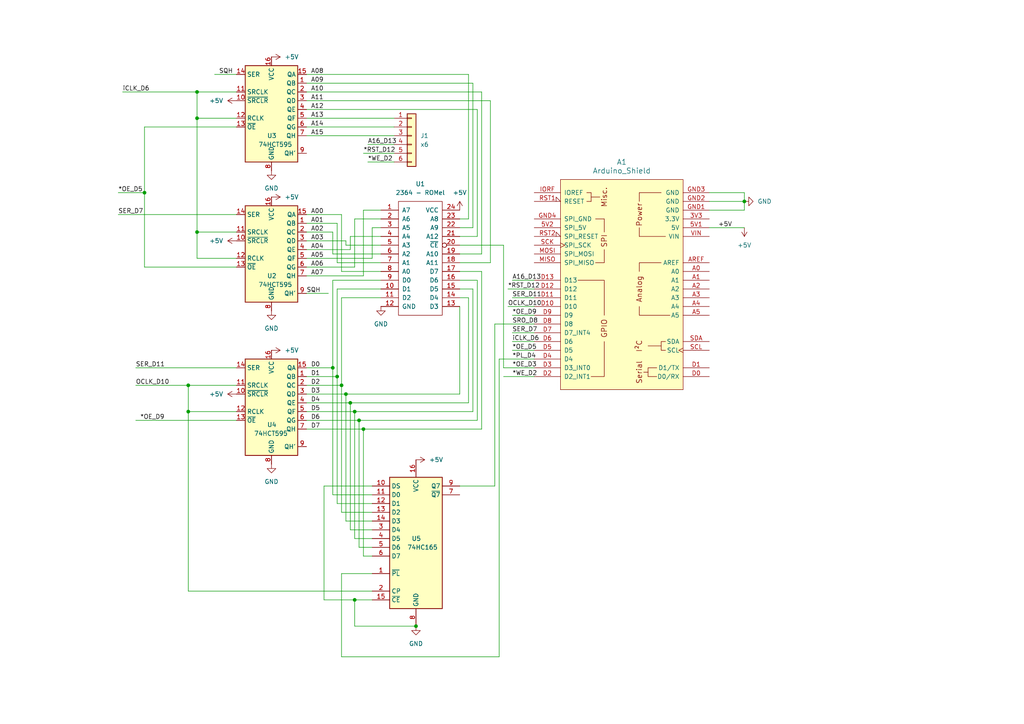
<source format=kicad_sch>
(kicad_sch (version 20230121) (generator eeschema)
  (paper "A4")
  (title_block (title "Arduino Shield ROM-el 2364 Programmer") (date "2023-08-07") (rev "A") (company "Jason Hill ") (comment 1 "https://github.com/morphinejh"))
  (lib_symbols
    (symbol "2364:2364" (pin_names (offset 1.016))
      (property "Reference" "U" (at 0 -2.54 0))
      (property "Value" "2364" (at 0 2.54 0))
      (symbol "2364_1_0"
        (rectangle (start -6.35 -16.51) (end 6.35 16.51))
      )
      (symbol "2364_1_1"
        (pin output line (at -11.43 13.97 0) (length 5.08) (name "A7") (number "1"))
        (pin bidirectional line (at -11.43 -8.89 0) (length 5.08) (name "D1") (number "10"))
        (pin bidirectional line (at -11.43 -11.43 0) (length 5.08) (name "D2") (number "11"))
        (pin power_out line (at -11.43 -13.97 0) (length 5.08) (name "GND") (number "12"))
        (pin bidirectional line (at 11.43 -13.97 180) (length 5.08) (name "D3") (number "13"))
        (pin bidirectional line (at 11.43 -11.43 180) (length 5.08) (name "D4") (number "14"))
        (pin bidirectional line (at 11.43 -8.89 180) (length 5.08) (name "D5") (number "15"))
        (pin bidirectional line (at 11.43 -6.35 180) (length 5.08) (name "D6") (number "16"))
        (pin bidirectional line (at 11.43 -3.81 180) (length 5.08) (name "D7") (number "17"))
        (pin output line (at 11.43 -1.27 180) (length 5.08) (name "A11") (number "18"))
        (pin output line (at 11.43 1.27 180) (length 5.08) (name "A10") (number "19"))
        (pin output line (at -11.43 11.43 0) (length 5.08) (name "A6") (number "2"))
        (pin output inverted (at 11.43 3.81 180) (length 5.08) (name "~{CE}") (number "20"))
        (pin output line (at 11.43 6.35 180) (length 5.08) (name "A12") (number "21"))
        (pin output line (at 11.43 8.89 180) (length 5.08) (name "A9") (number "22"))
        (pin output line (at 11.43 11.43 180) (length 5.08) (name "A8") (number "23"))
        (pin power_out line (at 11.43 13.97 180) (length 5.08) (name "VCC") (number "24"))
        (pin output line (at -11.43 8.89 0) (length 5.08) (name "A5") (number "3"))
        (pin output line (at -11.43 6.35 0) (length 5.08) (name "A4") (number "4"))
        (pin output line (at -11.43 3.81 0) (length 5.08) (name "A3") (number "5"))
        (pin output line (at -11.43 1.27 0) (length 5.08) (name "A2") (number "6"))
        (pin output line (at -11.43 -1.27 0) (length 5.08) (name "A1") (number "7"))
        (pin output line (at -11.43 -3.81 0) (length 5.08) (name "A0") (number "8"))
        (pin bidirectional line (at -11.43 -6.35 0) (length 5.08) (name "D0") (number "9"))
      )
    )
    (symbol "74xx:74HC165"
      (property "Reference" "U" (at -7.62 19.05 0))
      (property "Value" "74HC165" (at -7.62 -21.59 0))
      (symbol "74HC165_1_0"
        (pin input line (at -12.7 -10.16 0) (length 5.08) (name "~{PL}") (number "1"))
        (pin input line (at -12.7 15.24 0) (length 5.08) (name "DS") (number "10"))
        (pin input line (at -12.7 12.7 0) (length 5.08) (name "D0") (number "11"))
        (pin input line (at -12.7 10.16 0) (length 5.08) (name "D1") (number "12"))
        (pin input line (at -12.7 7.62 0) (length 5.08) (name "D2") (number "13"))
        (pin input line (at -12.7 5.08 0) (length 5.08) (name "D3") (number "14"))
        (pin input line (at -12.7 -17.78 0) (length 5.08) (name "~{CE}") (number "15"))
        (pin power_in line (at 0 22.86 270) (length 5.08) (name "VCC") (number "16"))
        (pin input line (at -12.7 -15.24 0) (length 5.08) (name "CP") (number "2"))
        (pin input line (at -12.7 2.54 0) (length 5.08) (name "D4") (number "3"))
        (pin input line (at -12.7 0 0) (length 5.08) (name "D5") (number "4"))
        (pin input line (at -12.7 -2.54 0) (length 5.08) (name "D6") (number "5"))
        (pin input line (at -12.7 -5.08 0) (length 5.08) (name "D7") (number "6"))
        (pin output line (at 12.7 12.7 180) (length 5.08) (name "~{Q7}") (number "7"))
        (pin power_in line (at 0 -25.4 90) (length 5.08) (name "GND") (number "8"))
        (pin output line (at 12.7 15.24 180) (length 5.08) (name "Q7") (number "9"))
      )
      (symbol "74HC165_1_1"
        (rectangle (start -7.62 17.78) (end 7.62 -20.32) (stroke (width 0.254)) (fill (type background)))
      )
    )
    (symbol "74xx:74HCT595"
      (property "Reference" "U" (at -7.62 13.97 0))
      (property "Value" "74HCT595" (at -7.62 -16.51 0))
      (symbol "74HCT595_1_0"
        (pin tri_state line (at 10.16 7.62 180) (length 2.54) (name "QB") (number "1"))
        (pin input line (at -10.16 2.54 0) (length 2.54) (name "~{SRCLR}") (number "10"))
        (pin input line (at -10.16 5.08 0) (length 2.54) (name "SRCLK") (number "11"))
        (pin input line (at -10.16 -2.54 0) (length 2.54) (name "RCLK") (number "12"))
        (pin input line (at -10.16 -5.08 0) (length 2.54) (name "~{OE}") (number "13"))
        (pin input line (at -10.16 10.16 0) (length 2.54) (name "SER") (number "14"))
        (pin tri_state line (at 10.16 10.16 180) (length 2.54) (name "QA") (number "15"))
        (pin power_in line (at 0 15.24 270) (length 2.54) (name "VCC") (number "16"))
        (pin tri_state line (at 10.16 5.08 180) (length 2.54) (name "QC") (number "2"))
        (pin tri_state line (at 10.16 2.54 180) (length 2.54) (name "QD") (number "3"))
        (pin tri_state line (at 10.16 0 180) (length 2.54) (name "QE") (number "4"))
        (pin tri_state line (at 10.16 -2.54 180) (length 2.54) (name "QF") (number "5"))
        (pin tri_state line (at 10.16 -5.08 180) (length 2.54) (name "QG") (number "6"))
        (pin tri_state line (at 10.16 -7.62 180) (length 2.54) (name "QH") (number "7"))
        (pin power_in line (at 0 -17.78 90) (length 2.54) (name "GND") (number "8"))
        (pin output line (at 10.16 -12.7 180) (length 2.54) (name "QH'") (number "9"))
      )
      (symbol "74HCT595_1_1"
        (rectangle (start -7.62 12.7) (end 7.62 -15.24) (stroke (width 0.254)) (fill (type background)))
      )
    )
    (symbol "Connector_Generic:Conn_01x06" (pin_names (offset 1.016) hide)
      (property "Reference" "J" (at 0 7.62 0))
      (property "Value" "Conn_01x06" (at 0 -10.16 0))
      (symbol "Conn_01x06_1_1"
        (rectangle (start -1.27 -7.493) (end 0 -7.747) (stroke (width 0.1524)))
        (rectangle (start -1.27 -4.953) (end 0 -5.207) (stroke (width 0.1524)))
        (rectangle (start -1.27 -2.413) (end 0 -2.667) (stroke (width 0.1524)))
        (rectangle (start -1.27 0.127) (end 0 -0.127) (stroke (width 0.1524)))
        (rectangle (start -1.27 2.667) (end 0 2.413) (stroke (width 0.1524)))
        (rectangle (start -1.27 5.207) (end 0 4.953) (stroke (width 0.1524)))
        (rectangle (start -1.27 6.35) (end 1.27 -8.89) (stroke (width 0.254)) (fill (type background)))
        (pin passive line (at -5.08 5.08 0) (length 3.81) (name "Pin_1") (number "1"))
        (pin passive line (at -5.08 2.54 0) (length 3.81) (name "Pin_2") (number "2"))
        (pin passive line (at -5.08 0 0) (length 3.81) (name "Pin_3") (number "3"))
        (pin passive line (at -5.08 -2.54 0) (length 3.81) (name "Pin_4") (number "4"))
        (pin passive line (at -5.08 -5.08 0) (length 3.81) (name "Pin_5") (number "5"))
        (pin passive line (at -5.08 -7.62 0) (length 3.81) (name "Pin_6") (number "6"))
      )
    )
    (symbol "PCM_arduino-library:Arduino_Leonardo_Shield" (pin_names (offset 1.016))
      (property "Reference" "A" (at 0 36.83 0))
      (property "Value" "Arduino_Leonardo_Shield" (at 0 33.02 0))
      (symbol "Arduino_Leonardo_Shield_0_0"
        (rectangle (start -17.78 30.48) (end 17.78 -30.48) (fill (type background)))
        (rectangle (start -12.7 -13.97) (end -5.08 -13.97))
        (rectangle (start -11.43 -26.67) (end -5.08 -26.67))
        (polyline (pts (xy -11.43 17.78) (xy -7.62 17.78)))
        (polyline (pts (xy -7.62 25.4) (xy -6.35 25.4)))
        (polyline (pts (xy -5.08 -26.67) (xy -5.08 -24.13)))
        (polyline (pts (xy -5.08 -15.24) (xy -5.08 -16.51)))
        (polyline (pts (xy -5.08 -13.97) (xy -5.08 -15.24)))
        (polyline (pts (xy -5.08 -3.81) (xy -5.08 -6.35) (xy -11.43 -6.35)))
        (polyline (pts (xy -5.08 6.35) (xy -5.08 8.89) (xy -13.97 8.89)))
        (polyline (pts (xy 5.08 8.89) (xy 5.08 -1.27) (xy 12.7 -1.27)))
        (polyline (pts (xy 5.08 16.51) (xy 5.08 26.67) (xy 8.89 26.67)))
        (polyline (pts (xy -12.7 19.05) (xy -11.43 19.05) (xy -11.43 16.51) (xy -12.7 16.51)))
        (polyline (pts (xy -10.16 26.67) (xy -7.62 26.67) (xy -7.62 24.13) (xy -10.16 24.13)))
        (rectangle (start 5.08 -19.05) (end 5.08 -15.24))
        (rectangle (start 5.08 -19.05) (end 7.62 -19.05))
        (rectangle (start 5.08 -10.16) (end 5.08 -6.35))
        (rectangle (start 7.62 -6.35) (end 5.08 -6.35))
        (rectangle (start 8.89 -25.4) (end 6.35 -25.4))
        (rectangle (start 8.89 -24.13) (end 8.89 -26.67))
        (rectangle (start 10.16 -26.67) (end 8.89 -26.67))
        (rectangle (start 10.16 -24.13) (end 8.89 -24.13))
        (text "Analog" (at -5.08 1.27 900) (effects (font (size 1.524 1.524))))
        (text "I²C" (at -5.08 17.78 900) (effects (font (size 1.524 1.524))))
        (text "Misc." (at 5.08 -25.4 900) (effects (font (size 1.524 1.524))))
        (text "Power" (at -5.08 -20.32 900) (effects (font (size 1.524 1.524))))
        (text "Serial" (at -5.08 25.4 900) (effects (font (size 1.524 1.524))))
        (text "SPI" (at 5.08 -12.7 900) (effects (font (size 1.524 1.524))))
      )
      (symbol "Arduino_Leonardo_Shield_1_0"
        (text "GPIO" (at 5.08 12.7 900) (effects (font (size 1.524 1.524))))
      )
      (symbol "Arduino_Leonardo_Shield_1_1"
        (pin power_out line (at -25.4 -19.05 0) (length 7.62) (name "3.3V") (number "3V3"))
        (pin power_in line (at -25.4 -16.51 0) (length 7.62) (name "5V") (number "5V1"))
        (pin power_in line (at 25.4 -16.51 180) (length 7.62) (name "SPI_5V") (number "5V2"))
        (pin bidirectional line (at -25.4 -3.81 0) (length 7.62) (name "A0") (number "A0"))
        (pin bidirectional line (at -25.4 -1.27 0) (length 7.62) (name "A1") (number "A1"))
        (pin bidirectional line (at -25.4 1.27 0) (length 7.62) (name "A2") (number "A2"))
        (pin bidirectional line (at -25.4 3.81 0) (length 7.62) (name "A3") (number "A3"))
        (pin bidirectional line (at -25.4 6.35 0) (length 7.62) (name "A4") (number "A4"))
        (pin bidirectional line (at -25.4 8.89 0) (length 7.62) (name "A5") (number "A5"))
        (pin input line (at -25.4 -6.35 0) (length 7.62) (name "AREF") (number "AREF"))
        (pin bidirectional line (at -25.4 26.67 0) (length 7.62) (name "D0/RX") (number "D0"))
        (pin bidirectional line (at -25.4 24.13 0) (length 7.62) (name "D1/TX") (number "D1"))
        (pin bidirectional line (at 25.4 6.35 180) (length 7.62) (name "D10") (number "D10"))
        (pin bidirectional line (at 25.4 3.81 180) (length 7.62) (name "D11") (number "D11"))
        (pin bidirectional line (at 25.4 1.27 180) (length 7.62) (name "D12") (number "D12"))
        (pin bidirectional line (at 25.4 -1.27 180) (length 7.62) (name "D13") (number "D13"))
        (pin bidirectional line (at 25.4 26.67 180) (length 7.62) (name "D2_INT1") (number "D2"))
        (pin bidirectional line (at 25.4 24.13 180) (length 7.62) (name "D3_INT0") (number "D3"))
        (pin bidirectional line (at 25.4 21.59 180) (length 7.62) (name "D4") (number "D4"))
        (pin bidirectional line (at 25.4 19.05 180) (length 7.62) (name "D5") (number "D5"))
        (pin bidirectional line (at 25.4 16.51 180) (length 7.62) (name "D6") (number "D6"))
        (pin bidirectional line (at 25.4 13.97 180) (length 7.62) (name "D7_INT4") (number "D7"))
        (pin bidirectional line (at 25.4 11.43 180) (length 7.62) (name "D8") (number "D8"))
        (pin bidirectional line (at 25.4 8.89 180) (length 7.62) (name "D9") (number "D9"))
        (pin power_in line (at -25.4 -21.59 0) (length 7.62) (name "GND") (number "GND1"))
        (pin power_in line (at -25.4 -24.13 0) (length 7.62) (name "GND") (number "GND2"))
        (pin power_in line (at -25.4 -26.67 0) (length 7.62) (name "GND") (number "GND3"))
        (pin power_in line (at 25.4 -19.05 180) (length 7.62) (name "SPI_GND") (number "GND4"))
        (pin output line (at 25.4 -26.67 180) (length 7.62) (name "IOREF") (number "IORF"))
        (pin input line (at 25.4 -6.35 180) (length 7.62) (name "SPI_MISO") (number "MISO"))
        (pin output line (at 25.4 -8.89 180) (length 7.62) (name "SPI_MOSI") (number "MOSI"))
        (pin open_collector input_low (at 25.4 -24.13 180) (length 7.62) (name "RESET") (number "RST1"))
        (pin open_collector input_low (at 25.4 -13.97 180) (length 7.62) (name "SPI_RESET") (number "RST2"))
        (pin output clock (at 25.4 -11.43 180) (length 7.62) (name "SPI_SCK") (number "SCK"))
        (pin bidirectional clock (at -25.4 19.05 0) (length 7.62) (name "SCL") (number "SCL"))
        (pin bidirectional line (at -25.4 16.51 0) (length 7.62) (name "SDA") (number "SDA"))
        (pin power_in line (at -25.4 -13.97 0) (length 7.62) (name "VIN") (number "VIN"))
      )
    )
    (symbol "power:+5V" (power) (pin_names (offset 0))
      (property "Value" "+5V" (at 0 3.556 0))
      (symbol "+5V_0_1"
        (polyline (pts (xy -0.762 1.27) (xy 0 2.54)))
        (polyline (pts (xy 0 0) (xy 0 2.54)))
        (polyline (pts (xy 0 2.54) (xy 0.762 1.27)))
      )
      (symbol "+5V_1_1"
        (pin power_in line (at 0 0 90) (length 0) hide (name "+5V") (number "1"))
      )
    )
    (symbol "power:GND" (power) (pin_names (offset 0))
      (property "Value" "GND" (at 0 -3.81 0))
      (symbol "GND_0_1"
        (polyline (pts (xy 0 0) (xy 0 -1.27) (xy 1.27 -1.27) (xy 0 -2.54) (xy -1.27 -1.27) (xy 0 -1.27)))
      )
      (symbol "GND_1_1"
        (pin power_in line (at 0 0 270) (length 0) hide (name "GND") (number "1"))
      )
    )
  )
  (junction (at 54.61 119.38))
  (junction (at 104.14 121.92))
  (junction (at 102.87 173.99))
  (junction (at 57.15 26.67))
  (junction (at 96.52 106.68))
  (junction (at 99.06 111.76))
  (junction (at 57.15 34.29))
  (junction (at 215.9 58.42))
  (junction (at 100.33 114.3))
  (junction (at 102.87 119.38))
  (junction (at 120.65 181.61))
  (junction (at 105.41 124.46))
  (junction (at 101.6 116.84))
  (junction (at 97.79 109.22))
  (junction (at 57.15 67.31))
  (junction (at 41.91 55.88))
  (junction (at 54.61 111.76))
  (wire (pts (xy 88.9 69.85) (xy 100.33 69.85)))
  (wire (pts (xy 39.37 106.68) (xy 68.58 106.68)))
  (wire (pts (xy 88.9 106.68) (xy 96.52 106.68)))
  (wire (pts (xy 97.79 83.82) (xy 110.49 83.82)))
  (wire (pts (xy 147.32 88.9) (xy 154.94 88.9)))
  (wire (pts (xy 148.59 86.36) (xy 154.94 86.36)))
  (wire (pts (xy 148.59 81.28) (xy 154.94 81.28)))
  (wire (pts (xy 107.95 140.97) (xy 93.98 140.97)))
  (wire (pts (xy 137.16 66.04) (xy 133.35 66.04)))
  (wire (pts (xy 142.24 76.2) (xy 133.35 76.2)))
  (wire (pts (xy 57.15 34.29) (xy 57.15 67.31)))
  (wire (pts (xy 97.79 76.2) (xy 110.49 76.2)))
  (wire (pts (xy 101.6 72.39) (xy 101.6 68.58)))
  (wire (pts (xy 100.33 114.3) (xy 100.33 151.13)))
  (wire (pts (xy 88.9 67.31) (xy 96.52 67.31)))
  (wire (pts (xy 88.9 34.29) (xy 114.3 34.29)))
  (wire (pts (xy 88.9 39.37) (xy 114.3 39.37)))
  (wire (pts (xy 88.9 119.38) (xy 102.87 119.38)))
  (wire (pts (xy 97.79 146.05) (xy 107.95 146.05)))
  (wire (pts (xy 88.9 116.84) (xy 101.6 116.84)))
  (wire (pts (xy 88.9 74.93) (xy 107.95 74.93)))
  (wire (pts (xy 146.05 106.68) (xy 154.94 106.68)))
  (wire (pts (xy 96.52 106.68) (xy 96.52 81.28)))
  (wire (pts (xy 96.52 67.31) (xy 96.52 73.66)))
  (wire (pts (xy 102.87 77.47) (xy 102.87 63.5)))
  (wire (pts (xy 99.06 78.74) (xy 110.49 78.74)))
  (wire (pts (xy 88.9 36.83) (xy 114.3 36.83)))
  (wire (pts (xy 97.79 64.77) (xy 97.79 76.2)))
  (wire (pts (xy 135.89 63.5) (xy 133.35 63.5)))
  (wire (pts (xy 102.87 173.99) (xy 107.95 173.99)))
  (wire (pts (xy 138.43 121.92) (xy 138.43 81.28)))
  (wire (pts (xy 34.29 55.88) (xy 41.91 55.88)))
  (wire (pts (xy 99.06 148.59) (xy 107.95 148.59)))
  (wire (pts (xy 57.15 34.29) (xy 68.58 34.29)))
  (wire (pts (xy 57.15 74.93) (xy 68.58 74.93)))
  (wire (pts (xy 139.7 124.46) (xy 139.7 78.74)))
  (wire (pts (xy 99.06 166.37) (xy 99.06 190.5)))
  (wire (pts (xy 96.52 81.28) (xy 110.49 81.28)))
  (wire (pts (xy 148.59 99.06) (xy 154.94 99.06)))
  (wire (pts (xy 138.43 31.75) (xy 138.43 68.58)))
  (wire (pts (xy 88.9 64.77) (xy 97.79 64.77)))
  (wire (pts (xy 104.14 121.92) (xy 138.43 121.92)))
  (wire (pts (xy 105.41 80.01) (xy 105.41 60.96)))
  (wire (pts (xy 88.9 111.76) (xy 99.06 111.76)))
  (wire (pts (xy 68.58 77.47) (xy 41.91 77.47)))
  (wire (pts (xy 144.78 190.5) (xy 144.78 104.14)))
  (wire (pts (xy 142.24 29.21) (xy 142.24 76.2)))
  (wire (pts (xy 88.9 24.13) (xy 137.16 24.13)))
  (wire (pts (xy 100.33 114.3) (xy 133.35 114.3)))
  (wire (pts (xy 105.41 161.29) (xy 107.95 161.29)))
  (wire (pts (xy 148.59 96.52) (xy 154.94 96.52)))
  (wire (pts (xy 133.35 71.12) (xy 146.05 71.12)))
  (wire (pts (xy 137.16 119.38) (xy 137.16 83.82)))
  (wire (pts (xy 101.6 116.84) (xy 135.89 116.84)))
  (wire (pts (xy 104.14 158.75) (xy 107.95 158.75)))
  (wire (pts (xy 54.61 171.45) (xy 107.95 171.45)))
  (wire (pts (xy 100.33 151.13) (xy 107.95 151.13)))
  (wire (pts (xy 205.74 66.04) (xy 215.9 66.04)))
  (wire (pts (xy 88.9 21.59) (xy 135.89 21.59)))
  (wire (pts (xy 35.56 26.67) (xy 57.15 26.67)))
  (wire (pts (xy 138.43 68.58) (xy 133.35 68.58)))
  (wire (pts (xy 102.87 63.5) (xy 110.49 63.5)))
  (wire (pts (xy 88.9 114.3) (xy 100.33 114.3)))
  (wire (pts (xy 135.89 86.36) (xy 133.35 86.36)))
  (wire (pts (xy 96.52 143.51) (xy 107.95 143.51)))
  (wire (pts (xy 102.87 173.99) (xy 102.87 181.61)))
  (wire (pts (xy 39.37 121.92) (xy 68.58 121.92)))
  (wire (pts (xy 147.32 83.82) (xy 154.94 83.82)))
  (wire (pts (xy 99.06 111.76) (xy 99.06 86.36)))
  (wire (pts (xy 88.9 124.46) (xy 105.41 124.46)))
  (wire (pts (xy 88.9 85.09) (xy 95.25 85.09)))
  (wire (pts (xy 139.7 73.66) (xy 133.35 73.66)))
  (wire (pts (xy 96.52 106.68) (xy 96.52 143.51)))
  (wire (pts (xy 135.89 116.84) (xy 135.89 86.36)))
  (wire (pts (xy 88.9 26.67) (xy 139.7 26.67)))
  (wire (pts (xy 135.89 21.59) (xy 135.89 63.5)))
  (wire (pts (xy 88.9 29.21) (xy 142.24 29.21)))
  (wire (pts (xy 88.9 80.01) (xy 105.41 80.01)))
  (wire (pts (xy 139.7 78.74) (xy 133.35 78.74)))
  (wire (pts (xy 148.59 91.44) (xy 154.94 91.44)))
  (wire (pts (xy 99.06 111.76) (xy 99.06 148.59)))
  (wire (pts (xy 105.41 124.46) (xy 105.41 161.29)))
  (wire (pts (xy 105.41 124.46) (xy 139.7 124.46)))
  (wire (pts (xy 100.33 71.12) (xy 110.49 71.12)))
  (wire (pts (xy 106.68 46.99) (xy 114.3 46.99)))
  (wire (pts (xy 215.9 60.96) (xy 205.74 60.96)))
  (wire (pts (xy 34.29 62.23) (xy 68.58 62.23)))
  (wire (pts (xy 107.95 166.37) (xy 99.06 166.37)))
  (wire (pts (xy 68.58 119.38) (xy 54.61 119.38)))
  (wire (pts (xy 148.59 101.6) (xy 154.94 101.6)))
  (wire (pts (xy 93.98 173.99) (xy 102.87 173.99)))
  (wire (pts (xy 144.78 104.14) (xy 154.94 104.14)))
  (wire (pts (xy 102.87 119.38) (xy 102.87 156.21)))
  (wire (pts (xy 102.87 156.21) (xy 107.95 156.21)))
  (wire (pts (xy 101.6 153.67) (xy 107.95 153.67)))
  (wire (pts (xy 88.9 31.75) (xy 138.43 31.75)))
  (wire (pts (xy 100.33 69.85) (xy 100.33 71.12)))
  (wire (pts (xy 143.51 140.97) (xy 143.51 93.98)))
  (wire (pts (xy 106.68 41.91) (xy 114.3 41.91)))
  (wire (pts (xy 99.06 190.5) (xy 144.78 190.5)))
  (wire (pts (xy 205.74 55.88) (xy 215.9 55.88)))
  (wire (pts (xy 102.87 181.61) (xy 120.65 181.61)))
  (wire (pts (xy 96.52 73.66) (xy 110.49 73.66)))
  (wire (pts (xy 102.87 119.38) (xy 137.16 119.38)))
  (wire (pts (xy 41.91 77.47) (xy 41.91 55.88)))
  (wire (pts (xy 107.95 66.04) (xy 110.49 66.04)))
  (wire (pts (xy 88.9 109.22) (xy 97.79 109.22)))
  (wire (pts (xy 215.9 55.88) (xy 215.9 58.42)))
  (wire (pts (xy 41.91 55.88) (xy 41.91 36.83)))
  (wire (pts (xy 88.9 77.47) (xy 102.87 77.47)))
  (wire (pts (xy 97.79 109.22) (xy 97.79 83.82)))
  (wire (pts (xy 105.41 60.96) (xy 110.49 60.96)))
  (wire (pts (xy 93.98 140.97) (xy 93.98 173.99)))
  (wire (pts (xy 57.15 67.31) (xy 57.15 74.93)))
  (wire (pts (xy 54.61 111.76) (xy 68.58 111.76)))
  (wire (pts (xy 57.15 67.31) (xy 68.58 67.31)))
  (wire (pts (xy 107.95 74.93) (xy 107.95 66.04)))
  (wire (pts (xy 99.06 86.36) (xy 110.49 86.36)))
  (wire (pts (xy 215.9 58.42) (xy 215.9 60.96)))
  (wire (pts (xy 133.35 114.3) (xy 133.35 88.9)))
  (wire (pts (xy 57.15 26.67) (xy 57.15 34.29)))
  (wire (pts (xy 133.35 140.97) (xy 143.51 140.97)))
  (wire (pts (xy 101.6 68.58) (xy 110.49 68.58)))
  (wire (pts (xy 205.74 58.42) (xy 215.9 58.42)))
  (wire (pts (xy 101.6 116.84) (xy 101.6 153.67)))
  (wire (pts (xy 57.15 26.67) (xy 68.58 26.67)))
  (wire (pts (xy 88.9 62.23) (xy 99.06 62.23)))
  (wire (pts (xy 41.91 36.83) (xy 68.58 36.83)))
  (wire (pts (xy 99.06 62.23) (xy 99.06 78.74)))
  (wire (pts (xy 88.9 121.92) (xy 104.14 121.92)))
  (wire (pts (xy 137.16 24.13) (xy 137.16 66.04)))
  (wire (pts (xy 137.16 83.82) (xy 133.35 83.82)))
  (wire (pts (xy 88.9 72.39) (xy 101.6 72.39)))
  (wire (pts (xy 62.23 21.59) (xy 68.58 21.59)))
  (wire (pts (xy 105.41 44.45) (xy 114.3 44.45)))
  (wire (pts (xy 54.61 119.38) (xy 54.61 171.45)))
  (wire (pts (xy 97.79 109.22) (xy 97.79 146.05)))
  (wire (pts (xy 143.51 93.98) (xy 154.94 93.98)))
  (wire (pts (xy 54.61 119.38) (xy 54.61 111.76)))
  (wire (pts (xy 39.37 111.76) (xy 54.61 111.76)))
  (wire (pts (xy 146.05 109.22) (xy 154.94 109.22)))
  (wire (pts (xy 104.14 121.92) (xy 104.14 158.75)))
  (wire (pts (xy 138.43 81.28) (xy 133.35 81.28)))
  (wire (pts (xy 139.7 26.67) (xy 139.7 73.66)))
  (wire (pts (xy 146.05 71.12) (xy 146.05 106.68)))
  (label "D6" (at 90.17 121.92 0))
  (label "*OE_D9" (at 40.64 121.92 0))
  (label "A15" (at 90.17 39.37 0))
  (label "A02" (at 90.17 67.31 0))
  (label "SQH" (at 88.9 85.09 0))
  (label "*OE_D3" (at 148.59 106.68 0))
  (label "SQH" (at 63.5 21.59 0))
  (label "*RST_D12" (at 105.41 44.45 0))
  (label "SER_D7" (at 34.29 62.23 0))
  (label "A08" (at 90.17 21.59 0))
  (label "A16_D13" (at 148.59 81.28 0))
  (label "A14" (at 90.17 36.83 0))
  (label "A16_D13" (at 106.68 41.91 0))
  (label "A04" (at 90.17 72.39 0))
  (label "A03" (at 90.17 69.85 0))
  (label "*WE_D2" (at 148.59 109.22 0))
  (label "*OE_D5" (at 34.29 55.88 0))
  (label "D4" (at 90.17 116.84 0))
  (label "A06" (at 90.17 77.47 0))
  (label "A10" (at 90.17 26.67 0))
  (label "*OE_D9" (at 148.59 91.44 0))
  (label "OCLK_D10" (at 39.37 111.76 0))
  (label "A09" (at 90.17 24.13 0))
  (label "A07" (at 90.17 80.01 0))
  (label "iCLK_D6" (at 148.59 99.06 0))
  (label "D3" (at 90.17 114.3 0))
  (label "A13" (at 90.17 34.29 0))
  (label "A05" (at 90.17 74.93 0))
  (label "A00" (at 90.17 62.23 0))
  (label "*RST_D12" (at 147.32 83.82 0))
  (label "SER_D11" (at 148.59 86.36 0))
  (label "SER_D11" (at 39.37 106.68 0))
  (label "SER_D7" (at 148.59 96.52 0))
  (label "D1" (at 90.17 109.22 0))
  (label "+5V" (at 208.28 66.04 0))
  (label "A11" (at 90.17 29.21 0))
  (label "iCLK_D6" (at 35.56 26.67 0))
  (label "D7" (at 90.17 124.46 0))
  (label "D2" (at 90.17 111.76 0))
  (label "D5" (at 90.17 119.38 0))
  (label "D0" (at 90.17 106.68 0))
  (label "*PL_D4" (at 148.59 104.14 0))
  (label "*WE_D2" (at 106.68 46.99 0))
  (label "OCLK_D10" (at 147.32 88.9 0))
  (label "A01" (at 90.17 64.77 0))
  (label "A12" (at 90.17 31.75 0))
  (label "*OE_D5" (at 148.59 101.6 0))
  (label "SRO_D8" (at 148.59 93.98 0))
  (symbol (lib_id "74xx:74HC165") (at 120.65 156.21 0) (unit 1)
    (property "Reference" "U5" (at 119.38 156.21 0) (effects (justify left)))
    (property "Value" "74HC165" (at 118.11 158.75 0) (effects (justify left)))
    (property "Footprint" "Package_DIP:DIP-16_W7.62mm" (effects hide))
    (property "Datasheet" "https://assets.nexperia.com/documents/data-sheet/74HC_HCT165.pdf" (effects hide))
  )
  (symbol (lib_id "power:+5V") (at 215.9 66.04 180) (unit 1)
    (property "Reference" "#PWR014" (effects hide))
    (property "Value" "+5V" (at 215.9 71.12 0))
  )
  (symbol (lib_id "power:+5V") (at 68.58 69.85 90) (unit 1)
    (property "Reference" "#PWR09" (effects hide))
    (property "Value" "+5V" (at 64.77 69.85 90) (effects (justify left)))
  )
  (symbol (lib_id "power:GND") (at 78.74 90.17 0) (unit 1)
    (property "Reference" "#PWR01" (effects hide))
    (property "Value" "GND" (at 78.74 95.25 0))
  )
  (symbol (lib_id "power:+5V") (at 78.74 57.15 270) (unit 1)
    (property "Reference" "#PWR06" (effects hide))
    (property "Value" "+5V" (at 82.55 57.15 90) (effects (justify left)))
  )
  (symbol (lib_id "74xx:74HCT595") (at 78.74 31.75 0) (unit 1)
    (property "Reference" "U3" (at 77.47 39.37 0) (effects (justify left)))
    (property "Value" "74HCT595" (at 74.93 41.91 0) (effects (justify left)))
    (property "Footprint" "Package_DIP:DIP-16_W7.62mm" (effects hide))
    (property "Datasheet" "https://assets.nexperia.com/documents/data-sheet/74HC_HCT595.pdf" (effects hide))
  )
  (symbol (lib_id "power:+5V") (at 68.58 29.21 90) (unit 1)
    (property "Reference" "#PWR08" (effects hide))
    (property "Value" "+5V" (at 64.77 29.21 90) (effects (justify left)))
  )
  (symbol (lib_id "power:GND") (at 78.74 134.62 0) (unit 1)
    (property "Reference" "#PWR02" (effects hide))
    (property "Value" "GND" (at 78.74 139.7 0))
  )
  (symbol (lib_id "power:GND") (at 215.9 58.42 90) (unit 1)
    (property "Reference" "#PWR013" (effects hide))
    (property "Value" "GND" (at 219.71 58.42 90) (effects (justify right)))
  )
  (symbol (lib_id "power:+5V") (at 78.74 101.6 270) (unit 1)
    (property "Reference" "#PWR07" (effects hide))
    (property "Value" "+5V" (at 82.55 101.6 90) (effects (justify left)))
  )
  (symbol (lib_id "power:+5V") (at 78.74 16.51 270) (unit 1)
    (property "Reference" "#PWR015" (effects hide))
    (property "Value" "+5V" (at 82.55 16.51 90) (effects (justify left)))
  )
  (symbol (lib_id "power:+5V") (at 133.35 60.96 0) (unit 1)
    (property "Reference" "#PWR05" (effects hide))
    (property "Value" "+5V" (at 133.35 55.88 0))
  )
  (symbol (lib_id "power:GND") (at 78.74 49.53 0) (unit 1)
    (property "Reference" "#PWR04" (effects hide))
    (property "Value" "GND" (at 78.74 54.61 0))
  )
  (symbol (lib_id "74xx:74HCT595") (at 78.74 116.84 0) (unit 1)
    (property "Reference" "U4" (at 77.47 123.19 0) (effects (justify left)))
    (property "Value" "74HCT595" (at 73.66 125.73 0) (effects (justify left)))
    (property "Footprint" "Package_DIP:DIP-16_W7.62mm" (effects hide))
    (property "Datasheet" "https://assets.nexperia.com/documents/data-sheet/74HC_HCT595.pdf" (effects hide))
  )
  (symbol (lib_id "74xx:74HCT595") (at 78.74 72.39 0) (unit 1)
    (property "Reference" "U2" (at 77.47 80.01 0) (effects (justify left)))
    (property "Value" "74HCT595" (at 74.93 82.55 0) (effects (justify left)))
    (property "Footprint" "Package_DIP:DIP-16_W7.62mm" (effects hide))
    (property "Datasheet" "https://assets.nexperia.com/documents/data-sheet/74HC_HCT595.pdf" (effects hide))
  )
  (symbol (lib_id "power:+5V") (at 120.65 133.35 270) (unit 1)
    (property "Reference" "#PWR011" (effects hide))
    (property "Value" "+5V" (at 124.46 133.35 90) (effects (justify left)))
  )
  (symbol (lib_id "power:GND") (at 120.65 181.61 0) (unit 1)
    (property "Reference" "#PWR012" (effects hide))
    (property "Value" "GND" (at 120.65 186.69 0))
  )
  (symbol (lib_id "PCM_arduino-library:Arduino_Leonardo_Shield") (at 180.34 82.55 180) (unit 1)
    (property "Reference" "A1" (at 180.34 46.99 0) (effects (font (size 1.524 1.524))))
    (property "Value" "Arduino_Shield" (at 180.34 49.53 0) (effects (font (size 1.524 1.524))))
    (property "Footprint" "PCM_arduino-library:Arduino_Leonardo_Shield" (effects hide))
    (property "Datasheet" "https://docs.arduino.cc/hardware/leonardo" (effects hide))
  )
  (symbol (lib_id "power:GND") (at 110.49 88.9 0) (unit 1)
    (property "Reference" "#PWR03" (effects hide))
    (property "Value" "GND" (at 110.49 93.98 0))
  )
  (symbol (lib_id "power:+5V") (at 68.58 114.3 90) (unit 1)
    (property "Reference" "#PWR010" (effects hide))
    (property "Value" "+5V" (at 64.77 114.3 90) (effects (justify left)))
  )
  (symbol (lib_id "Connector_Generic:Conn_01x06") (at 119.38 39.37 0) (unit 1)
    (property "Reference" "J1" (at 121.92 39.37 0) (effects (justify left)))
    (property "Value" "x6" (at 121.92 41.91 0) (effects (justify left)))
    (property "Footprint" "Connector_PinHeader_2.54mm:PinHeader_1x06_P2.54mm_Vertical" (effects hide))
  )
  (symbol (lib_id "2364:2364") (at 121.92 74.93 0) (unit 1)
    (property "Reference" "U1" (at 121.92 53.34 0))
    (property "Value" "2364 - ROMel" (at 121.92 55.88 0))
    (property "Footprint" "2364:DIP-24_W15.24mm-Notch" (effects hide))
    (property "Datasheet" "DOCUMENTATION" (effects hide))
  )
)
</source>
